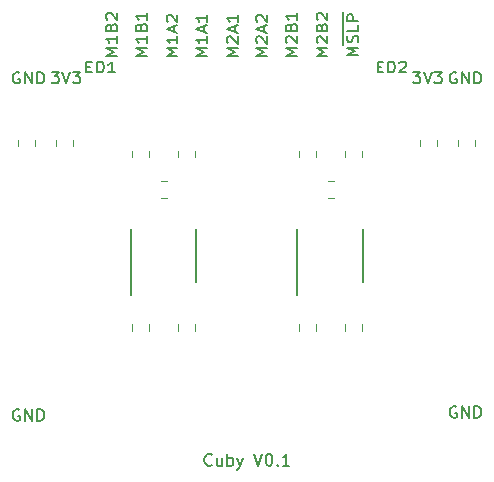
<source format=gbr>
G04 #@! TF.GenerationSoftware,KiCad,Pcbnew,(5.1.4)-1*
G04 #@! TF.CreationDate,2019-10-10T18:21:12+02:00*
G04 #@! TF.ProjectId,Bottom,426f7474-6f6d-42e6-9b69-6361645f7063,rev?*
G04 #@! TF.SameCoordinates,Original*
G04 #@! TF.FileFunction,Legend,Top*
G04 #@! TF.FilePolarity,Positive*
%FSLAX46Y46*%
G04 Gerber Fmt 4.6, Leading zero omitted, Abs format (unit mm)*
G04 Created by KiCad (PCBNEW (5.1.4)-1) date 2019-10-10 18:21:12*
%MOMM*%
%LPD*%
G04 APERTURE LIST*
%ADD10C,0.150000*%
%ADD11C,0.120000*%
G04 APERTURE END LIST*
D10*
X170023809Y-116607142D02*
X169976190Y-116654761D01*
X169833333Y-116702380D01*
X169738095Y-116702380D01*
X169595238Y-116654761D01*
X169500000Y-116559523D01*
X169452380Y-116464285D01*
X169404761Y-116273809D01*
X169404761Y-116130952D01*
X169452380Y-115940476D01*
X169500000Y-115845238D01*
X169595238Y-115750000D01*
X169738095Y-115702380D01*
X169833333Y-115702380D01*
X169976190Y-115750000D01*
X170023809Y-115797619D01*
X170880952Y-116035714D02*
X170880952Y-116702380D01*
X170452380Y-116035714D02*
X170452380Y-116559523D01*
X170500000Y-116654761D01*
X170595238Y-116702380D01*
X170738095Y-116702380D01*
X170833333Y-116654761D01*
X170880952Y-116607142D01*
X171357142Y-116702380D02*
X171357142Y-115702380D01*
X171357142Y-116083333D02*
X171452380Y-116035714D01*
X171642857Y-116035714D01*
X171738095Y-116083333D01*
X171785714Y-116130952D01*
X171833333Y-116226190D01*
X171833333Y-116511904D01*
X171785714Y-116607142D01*
X171738095Y-116654761D01*
X171642857Y-116702380D01*
X171452380Y-116702380D01*
X171357142Y-116654761D01*
X172166666Y-116035714D02*
X172404761Y-116702380D01*
X172642857Y-116035714D02*
X172404761Y-116702380D01*
X172309523Y-116940476D01*
X172261904Y-116988095D01*
X172166666Y-117035714D01*
X173642857Y-115702380D02*
X173976190Y-116702380D01*
X174309523Y-115702380D01*
X174833333Y-115702380D02*
X174928571Y-115702380D01*
X175023809Y-115750000D01*
X175071428Y-115797619D01*
X175119047Y-115892857D01*
X175166666Y-116083333D01*
X175166666Y-116321428D01*
X175119047Y-116511904D01*
X175071428Y-116607142D01*
X175023809Y-116654761D01*
X174928571Y-116702380D01*
X174833333Y-116702380D01*
X174738095Y-116654761D01*
X174690476Y-116607142D01*
X174642857Y-116511904D01*
X174595238Y-116321428D01*
X174595238Y-116083333D01*
X174642857Y-115892857D01*
X174690476Y-115797619D01*
X174738095Y-115750000D01*
X174833333Y-115702380D01*
X175595238Y-116607142D02*
X175642857Y-116654761D01*
X175595238Y-116702380D01*
X175547619Y-116654761D01*
X175595238Y-116607142D01*
X175595238Y-116702380D01*
X176595238Y-116702380D02*
X176023809Y-116702380D01*
X176309523Y-116702380D02*
X176309523Y-115702380D01*
X176214285Y-115845238D01*
X176119047Y-115940476D01*
X176023809Y-115988095D01*
X163175000Y-102275000D02*
X163175000Y-96650000D01*
X168725000Y-101150000D02*
X168725000Y-96650000D01*
X177275000Y-102275000D02*
X177275000Y-96650000D01*
X182825000Y-101150000D02*
X182825000Y-96650000D01*
D11*
X168610000Y-90041422D02*
X168610000Y-90558578D01*
X167190000Y-90041422D02*
X167190000Y-90558578D01*
X164710000Y-90558578D02*
X164710000Y-90041422D01*
X163290000Y-90558578D02*
X163290000Y-90041422D01*
X166258578Y-92640000D02*
X165741422Y-92640000D01*
X166258578Y-94060000D02*
X165741422Y-94060000D01*
X181290000Y-90041422D02*
X181290000Y-90558578D01*
X182710000Y-90041422D02*
X182710000Y-90558578D01*
X177390000Y-90558578D02*
X177390000Y-90041422D01*
X178810000Y-90558578D02*
X178810000Y-90041422D01*
X180358578Y-94060000D02*
X179841422Y-94060000D01*
X180358578Y-92640000D02*
X179841422Y-92640000D01*
X153640000Y-89608578D02*
X153640000Y-89091422D01*
X155060000Y-89608578D02*
X155060000Y-89091422D01*
X158260000Y-89608578D02*
X158260000Y-89091422D01*
X156840000Y-89608578D02*
X156840000Y-89091422D01*
X187690000Y-89608578D02*
X187690000Y-89091422D01*
X189110000Y-89608578D02*
X189110000Y-89091422D01*
X192310000Y-89608578D02*
X192310000Y-89091422D01*
X190890000Y-89608578D02*
X190890000Y-89091422D01*
X164710000Y-104741422D02*
X164710000Y-105258578D01*
X163290000Y-104741422D02*
X163290000Y-105258578D01*
X167190000Y-104741422D02*
X167190000Y-105258578D01*
X168610000Y-104741422D02*
X168610000Y-105258578D01*
X177390000Y-104741422D02*
X177390000Y-105258578D01*
X178810000Y-104741422D02*
X178810000Y-105258578D01*
X182710000Y-104741422D02*
X182710000Y-105258578D01*
X181290000Y-104741422D02*
X181290000Y-105258578D01*
D10*
X169607142Y-82014285D02*
X168707142Y-82014285D01*
X169350000Y-81680952D01*
X168707142Y-81347619D01*
X169607142Y-81347619D01*
X169607142Y-80347619D02*
X169607142Y-80919047D01*
X169607142Y-80633333D02*
X168707142Y-80633333D01*
X168835714Y-80728571D01*
X168921428Y-80823809D01*
X168964285Y-80919047D01*
X169350000Y-79966666D02*
X169350000Y-79490476D01*
X169607142Y-80061904D02*
X168707142Y-79728571D01*
X169607142Y-79395238D01*
X169607142Y-78538095D02*
X169607142Y-79109523D01*
X169607142Y-78823809D02*
X168707142Y-78823809D01*
X168835714Y-78919047D01*
X168921428Y-79014285D01*
X168964285Y-79109523D01*
X167107142Y-82014285D02*
X166207142Y-82014285D01*
X166850000Y-81680952D01*
X166207142Y-81347619D01*
X167107142Y-81347619D01*
X167107142Y-80347619D02*
X167107142Y-80919047D01*
X167107142Y-80633333D02*
X166207142Y-80633333D01*
X166335714Y-80728571D01*
X166421428Y-80823809D01*
X166464285Y-80919047D01*
X166850000Y-79966666D02*
X166850000Y-79490476D01*
X167107142Y-80061904D02*
X166207142Y-79728571D01*
X167107142Y-79395238D01*
X166292857Y-79109523D02*
X166250000Y-79061904D01*
X166207142Y-78966666D01*
X166207142Y-78728571D01*
X166250000Y-78633333D01*
X166292857Y-78585714D01*
X166378571Y-78538095D01*
X166464285Y-78538095D01*
X166592857Y-78585714D01*
X167107142Y-79157142D01*
X167107142Y-78538095D01*
X164507142Y-81985714D02*
X163607142Y-81985714D01*
X164250000Y-81652380D01*
X163607142Y-81319047D01*
X164507142Y-81319047D01*
X164507142Y-80319047D02*
X164507142Y-80890476D01*
X164507142Y-80604761D02*
X163607142Y-80604761D01*
X163735714Y-80700000D01*
X163821428Y-80795238D01*
X163864285Y-80890476D01*
X164035714Y-79557142D02*
X164078571Y-79414285D01*
X164121428Y-79366666D01*
X164207142Y-79319047D01*
X164335714Y-79319047D01*
X164421428Y-79366666D01*
X164464285Y-79414285D01*
X164507142Y-79509523D01*
X164507142Y-79890476D01*
X163607142Y-79890476D01*
X163607142Y-79557142D01*
X163650000Y-79461904D01*
X163692857Y-79414285D01*
X163778571Y-79366666D01*
X163864285Y-79366666D01*
X163950000Y-79414285D01*
X163992857Y-79461904D01*
X164035714Y-79557142D01*
X164035714Y-79890476D01*
X164507142Y-78366666D02*
X164507142Y-78938095D01*
X164507142Y-78652380D02*
X163607142Y-78652380D01*
X163735714Y-78747619D01*
X163821428Y-78842857D01*
X163864285Y-78938095D01*
X162007142Y-81985714D02*
X161107142Y-81985714D01*
X161750000Y-81652380D01*
X161107142Y-81319047D01*
X162007142Y-81319047D01*
X162007142Y-80319047D02*
X162007142Y-80890476D01*
X162007142Y-80604761D02*
X161107142Y-80604761D01*
X161235714Y-80700000D01*
X161321428Y-80795238D01*
X161364285Y-80890476D01*
X161535714Y-79557142D02*
X161578571Y-79414285D01*
X161621428Y-79366666D01*
X161707142Y-79319047D01*
X161835714Y-79319047D01*
X161921428Y-79366666D01*
X161964285Y-79414285D01*
X162007142Y-79509523D01*
X162007142Y-79890476D01*
X161107142Y-79890476D01*
X161107142Y-79557142D01*
X161150000Y-79461904D01*
X161192857Y-79414285D01*
X161278571Y-79366666D01*
X161364285Y-79366666D01*
X161450000Y-79414285D01*
X161492857Y-79461904D01*
X161535714Y-79557142D01*
X161535714Y-79890476D01*
X161192857Y-78938095D02*
X161150000Y-78890476D01*
X161107142Y-78795238D01*
X161107142Y-78557142D01*
X161150000Y-78461904D01*
X161192857Y-78414285D01*
X161278571Y-78366666D01*
X161364285Y-78366666D01*
X161492857Y-78414285D01*
X162007142Y-78985714D01*
X162007142Y-78366666D01*
X159409523Y-82935714D02*
X159742857Y-82935714D01*
X159885714Y-83407142D02*
X159409523Y-83407142D01*
X159409523Y-82507142D01*
X159885714Y-82507142D01*
X160314285Y-83407142D02*
X160314285Y-82507142D01*
X160552380Y-82507142D01*
X160695238Y-82550000D01*
X160790476Y-82635714D01*
X160838095Y-82721428D01*
X160885714Y-82892857D01*
X160885714Y-83021428D01*
X160838095Y-83192857D01*
X160790476Y-83278571D01*
X160695238Y-83364285D01*
X160552380Y-83407142D01*
X160314285Y-83407142D01*
X161838095Y-83407142D02*
X161266666Y-83407142D01*
X161552380Y-83407142D02*
X161552380Y-82507142D01*
X161457142Y-82635714D01*
X161361904Y-82721428D01*
X161266666Y-82764285D01*
X184059523Y-82935714D02*
X184392857Y-82935714D01*
X184535714Y-83407142D02*
X184059523Y-83407142D01*
X184059523Y-82507142D01*
X184535714Y-82507142D01*
X184964285Y-83407142D02*
X184964285Y-82507142D01*
X185202380Y-82507142D01*
X185345238Y-82550000D01*
X185440476Y-82635714D01*
X185488095Y-82721428D01*
X185535714Y-82892857D01*
X185535714Y-83021428D01*
X185488095Y-83192857D01*
X185440476Y-83278571D01*
X185345238Y-83364285D01*
X185202380Y-83407142D01*
X184964285Y-83407142D01*
X185916666Y-82592857D02*
X185964285Y-82550000D01*
X186059523Y-82507142D01*
X186297619Y-82507142D01*
X186392857Y-82550000D01*
X186440476Y-82592857D01*
X186488095Y-82678571D01*
X186488095Y-82764285D01*
X186440476Y-82892857D01*
X185869047Y-83407142D01*
X186488095Y-83407142D01*
X172207142Y-82014285D02*
X171307142Y-82014285D01*
X171950000Y-81680952D01*
X171307142Y-81347619D01*
X172207142Y-81347619D01*
X171392857Y-80919047D02*
X171350000Y-80871428D01*
X171307142Y-80776190D01*
X171307142Y-80538095D01*
X171350000Y-80442857D01*
X171392857Y-80395238D01*
X171478571Y-80347619D01*
X171564285Y-80347619D01*
X171692857Y-80395238D01*
X172207142Y-80966666D01*
X172207142Y-80347619D01*
X171950000Y-79966666D02*
X171950000Y-79490476D01*
X172207142Y-80061904D02*
X171307142Y-79728571D01*
X172207142Y-79395238D01*
X172207142Y-78538095D02*
X172207142Y-79109523D01*
X172207142Y-78823809D02*
X171307142Y-78823809D01*
X171435714Y-78919047D01*
X171521428Y-79014285D01*
X171564285Y-79109523D01*
X174707142Y-82014285D02*
X173807142Y-82014285D01*
X174450000Y-81680952D01*
X173807142Y-81347619D01*
X174707142Y-81347619D01*
X173892857Y-80919047D02*
X173850000Y-80871428D01*
X173807142Y-80776190D01*
X173807142Y-80538095D01*
X173850000Y-80442857D01*
X173892857Y-80395238D01*
X173978571Y-80347619D01*
X174064285Y-80347619D01*
X174192857Y-80395238D01*
X174707142Y-80966666D01*
X174707142Y-80347619D01*
X174450000Y-79966666D02*
X174450000Y-79490476D01*
X174707142Y-80061904D02*
X173807142Y-79728571D01*
X174707142Y-79395238D01*
X173892857Y-79109523D02*
X173850000Y-79061904D01*
X173807142Y-78966666D01*
X173807142Y-78728571D01*
X173850000Y-78633333D01*
X173892857Y-78585714D01*
X173978571Y-78538095D01*
X174064285Y-78538095D01*
X174192857Y-78585714D01*
X174707142Y-79157142D01*
X174707142Y-78538095D01*
X177207142Y-81985714D02*
X176307142Y-81985714D01*
X176950000Y-81652380D01*
X176307142Y-81319047D01*
X177207142Y-81319047D01*
X176392857Y-80890476D02*
X176350000Y-80842857D01*
X176307142Y-80747619D01*
X176307142Y-80509523D01*
X176350000Y-80414285D01*
X176392857Y-80366666D01*
X176478571Y-80319047D01*
X176564285Y-80319047D01*
X176692857Y-80366666D01*
X177207142Y-80938095D01*
X177207142Y-80319047D01*
X176735714Y-79557142D02*
X176778571Y-79414285D01*
X176821428Y-79366666D01*
X176907142Y-79319047D01*
X177035714Y-79319047D01*
X177121428Y-79366666D01*
X177164285Y-79414285D01*
X177207142Y-79509523D01*
X177207142Y-79890476D01*
X176307142Y-79890476D01*
X176307142Y-79557142D01*
X176350000Y-79461904D01*
X176392857Y-79414285D01*
X176478571Y-79366666D01*
X176564285Y-79366666D01*
X176650000Y-79414285D01*
X176692857Y-79461904D01*
X176735714Y-79557142D01*
X176735714Y-79890476D01*
X177207142Y-78366666D02*
X177207142Y-78938095D01*
X177207142Y-78652380D02*
X176307142Y-78652380D01*
X176435714Y-78747619D01*
X176521428Y-78842857D01*
X176564285Y-78938095D01*
X179807142Y-81985714D02*
X178907142Y-81985714D01*
X179550000Y-81652380D01*
X178907142Y-81319047D01*
X179807142Y-81319047D01*
X178992857Y-80890476D02*
X178950000Y-80842857D01*
X178907142Y-80747619D01*
X178907142Y-80509523D01*
X178950000Y-80414285D01*
X178992857Y-80366666D01*
X179078571Y-80319047D01*
X179164285Y-80319047D01*
X179292857Y-80366666D01*
X179807142Y-80938095D01*
X179807142Y-80319047D01*
X179335714Y-79557142D02*
X179378571Y-79414285D01*
X179421428Y-79366666D01*
X179507142Y-79319047D01*
X179635714Y-79319047D01*
X179721428Y-79366666D01*
X179764285Y-79414285D01*
X179807142Y-79509523D01*
X179807142Y-79890476D01*
X178907142Y-79890476D01*
X178907142Y-79557142D01*
X178950000Y-79461904D01*
X178992857Y-79414285D01*
X179078571Y-79366666D01*
X179164285Y-79366666D01*
X179250000Y-79414285D01*
X179292857Y-79461904D01*
X179335714Y-79557142D01*
X179335714Y-79890476D01*
X178992857Y-78938095D02*
X178950000Y-78890476D01*
X178907142Y-78795238D01*
X178907142Y-78557142D01*
X178950000Y-78461904D01*
X178992857Y-78414285D01*
X179078571Y-78366666D01*
X179164285Y-78366666D01*
X179292857Y-78414285D01*
X179807142Y-78985714D01*
X179807142Y-78366666D01*
X182407142Y-81964285D02*
X181507142Y-81964285D01*
X182150000Y-81630952D01*
X181507142Y-81297619D01*
X182407142Y-81297619D01*
X181157000Y-81059523D02*
X181157000Y-80107142D01*
X182364285Y-80869047D02*
X182407142Y-80726190D01*
X182407142Y-80488095D01*
X182364285Y-80392857D01*
X182321428Y-80345238D01*
X182235714Y-80297619D01*
X182150000Y-80297619D01*
X182064285Y-80345238D01*
X182021428Y-80392857D01*
X181978571Y-80488095D01*
X181935714Y-80678571D01*
X181892857Y-80773809D01*
X181850000Y-80821428D01*
X181764285Y-80869047D01*
X181678571Y-80869047D01*
X181592857Y-80821428D01*
X181550000Y-80773809D01*
X181507142Y-80678571D01*
X181507142Y-80440476D01*
X181550000Y-80297619D01*
X181157000Y-80107142D02*
X181157000Y-79297619D01*
X182407142Y-79392857D02*
X182407142Y-79869047D01*
X181507142Y-79869047D01*
X181157000Y-79297619D02*
X181157000Y-78297619D01*
X182407142Y-79059523D02*
X181507142Y-79059523D01*
X181507142Y-78678571D01*
X181550000Y-78583333D01*
X181592857Y-78535714D01*
X181678571Y-78488095D01*
X181807142Y-78488095D01*
X181892857Y-78535714D01*
X181935714Y-78583333D01*
X181978571Y-78678571D01*
X181978571Y-79059523D01*
X187061904Y-83407142D02*
X187680952Y-83407142D01*
X187347619Y-83750000D01*
X187490476Y-83750000D01*
X187585714Y-83792857D01*
X187633333Y-83835714D01*
X187680952Y-83921428D01*
X187680952Y-84135714D01*
X187633333Y-84221428D01*
X187585714Y-84264285D01*
X187490476Y-84307142D01*
X187204761Y-84307142D01*
X187109523Y-84264285D01*
X187061904Y-84221428D01*
X187966666Y-83407142D02*
X188300000Y-84307142D01*
X188633333Y-83407142D01*
X188871428Y-83407142D02*
X189490476Y-83407142D01*
X189157142Y-83750000D01*
X189300000Y-83750000D01*
X189395238Y-83792857D01*
X189442857Y-83835714D01*
X189490476Y-83921428D01*
X189490476Y-84135714D01*
X189442857Y-84221428D01*
X189395238Y-84264285D01*
X189300000Y-84307142D01*
X189014285Y-84307142D01*
X188919047Y-84264285D01*
X188871428Y-84221428D01*
X153738095Y-83450000D02*
X153642857Y-83407142D01*
X153500000Y-83407142D01*
X153357142Y-83450000D01*
X153261904Y-83535714D01*
X153214285Y-83621428D01*
X153166666Y-83792857D01*
X153166666Y-83921428D01*
X153214285Y-84092857D01*
X153261904Y-84178571D01*
X153357142Y-84264285D01*
X153500000Y-84307142D01*
X153595238Y-84307142D01*
X153738095Y-84264285D01*
X153785714Y-84221428D01*
X153785714Y-83921428D01*
X153595238Y-83921428D01*
X154214285Y-84307142D02*
X154214285Y-83407142D01*
X154785714Y-84307142D01*
X154785714Y-83407142D01*
X155261904Y-84307142D02*
X155261904Y-83407142D01*
X155500000Y-83407142D01*
X155642857Y-83450000D01*
X155738095Y-83535714D01*
X155785714Y-83621428D01*
X155833333Y-83792857D01*
X155833333Y-83921428D01*
X155785714Y-84092857D01*
X155738095Y-84178571D01*
X155642857Y-84264285D01*
X155500000Y-84307142D01*
X155261904Y-84307142D01*
X190738095Y-83450000D02*
X190642857Y-83407142D01*
X190500000Y-83407142D01*
X190357142Y-83450000D01*
X190261904Y-83535714D01*
X190214285Y-83621428D01*
X190166666Y-83792857D01*
X190166666Y-83921428D01*
X190214285Y-84092857D01*
X190261904Y-84178571D01*
X190357142Y-84264285D01*
X190500000Y-84307142D01*
X190595238Y-84307142D01*
X190738095Y-84264285D01*
X190785714Y-84221428D01*
X190785714Y-83921428D01*
X190595238Y-83921428D01*
X191214285Y-84307142D02*
X191214285Y-83407142D01*
X191785714Y-84307142D01*
X191785714Y-83407142D01*
X192261904Y-84307142D02*
X192261904Y-83407142D01*
X192500000Y-83407142D01*
X192642857Y-83450000D01*
X192738095Y-83535714D01*
X192785714Y-83621428D01*
X192833333Y-83792857D01*
X192833333Y-83921428D01*
X192785714Y-84092857D01*
X192738095Y-84178571D01*
X192642857Y-84264285D01*
X192500000Y-84307142D01*
X192261904Y-84307142D01*
X156461904Y-83407142D02*
X157080952Y-83407142D01*
X156747619Y-83750000D01*
X156890476Y-83750000D01*
X156985714Y-83792857D01*
X157033333Y-83835714D01*
X157080952Y-83921428D01*
X157080952Y-84135714D01*
X157033333Y-84221428D01*
X156985714Y-84264285D01*
X156890476Y-84307142D01*
X156604761Y-84307142D01*
X156509523Y-84264285D01*
X156461904Y-84221428D01*
X157366666Y-83407142D02*
X157700000Y-84307142D01*
X158033333Y-83407142D01*
X158271428Y-83407142D02*
X158890476Y-83407142D01*
X158557142Y-83750000D01*
X158700000Y-83750000D01*
X158795238Y-83792857D01*
X158842857Y-83835714D01*
X158890476Y-83921428D01*
X158890476Y-84135714D01*
X158842857Y-84221428D01*
X158795238Y-84264285D01*
X158700000Y-84307142D01*
X158414285Y-84307142D01*
X158319047Y-84264285D01*
X158271428Y-84221428D01*
X153738095Y-111950000D02*
X153642857Y-111902380D01*
X153500000Y-111902380D01*
X153357142Y-111950000D01*
X153261904Y-112045238D01*
X153214285Y-112140476D01*
X153166666Y-112330952D01*
X153166666Y-112473809D01*
X153214285Y-112664285D01*
X153261904Y-112759523D01*
X153357142Y-112854761D01*
X153500000Y-112902380D01*
X153595238Y-112902380D01*
X153738095Y-112854761D01*
X153785714Y-112807142D01*
X153785714Y-112473809D01*
X153595238Y-112473809D01*
X154214285Y-112902380D02*
X154214285Y-111902380D01*
X154785714Y-112902380D01*
X154785714Y-111902380D01*
X155261904Y-112902380D02*
X155261904Y-111902380D01*
X155500000Y-111902380D01*
X155642857Y-111950000D01*
X155738095Y-112045238D01*
X155785714Y-112140476D01*
X155833333Y-112330952D01*
X155833333Y-112473809D01*
X155785714Y-112664285D01*
X155738095Y-112759523D01*
X155642857Y-112854761D01*
X155500000Y-112902380D01*
X155261904Y-112902380D01*
X190738095Y-111700000D02*
X190642857Y-111652380D01*
X190500000Y-111652380D01*
X190357142Y-111700000D01*
X190261904Y-111795238D01*
X190214285Y-111890476D01*
X190166666Y-112080952D01*
X190166666Y-112223809D01*
X190214285Y-112414285D01*
X190261904Y-112509523D01*
X190357142Y-112604761D01*
X190500000Y-112652380D01*
X190595238Y-112652380D01*
X190738095Y-112604761D01*
X190785714Y-112557142D01*
X190785714Y-112223809D01*
X190595238Y-112223809D01*
X191214285Y-112652380D02*
X191214285Y-111652380D01*
X191785714Y-112652380D01*
X191785714Y-111652380D01*
X192261904Y-112652380D02*
X192261904Y-111652380D01*
X192500000Y-111652380D01*
X192642857Y-111700000D01*
X192738095Y-111795238D01*
X192785714Y-111890476D01*
X192833333Y-112080952D01*
X192833333Y-112223809D01*
X192785714Y-112414285D01*
X192738095Y-112509523D01*
X192642857Y-112604761D01*
X192500000Y-112652380D01*
X192261904Y-112652380D01*
M02*

</source>
